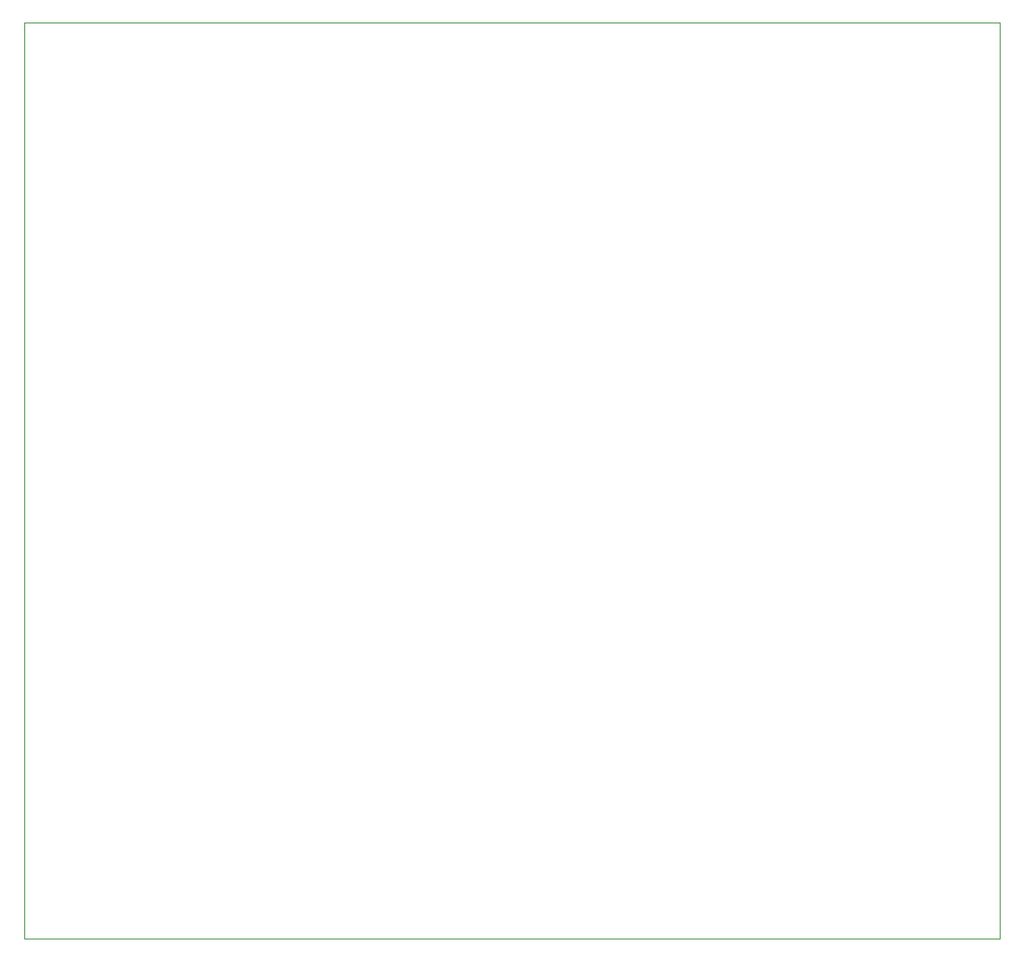
<source format=gbr>
%TF.GenerationSoftware,Altium Limited,Altium Designer,23.0.1 (38)*%
G04 Layer_Color=0*
%FSLAX45Y45*%
%MOMM*%
%TF.SameCoordinates,E0F799D9-27B4-45C1-BD14-B3F5E9977550*%
%TF.FilePolarity,Positive*%
%TF.FileFunction,Profile,NP*%
%TF.Part,Single*%
G01*
G75*
%TA.AperFunction,Profile*%
%ADD124C,0.02540*%
D124*
X0Y0D02*
Y8949995D01*
X9519996D01*
Y0D01*
X0D01*
%TF.MD5,a3737ad04fcd4128dab60570b2b47295*%
M02*

</source>
